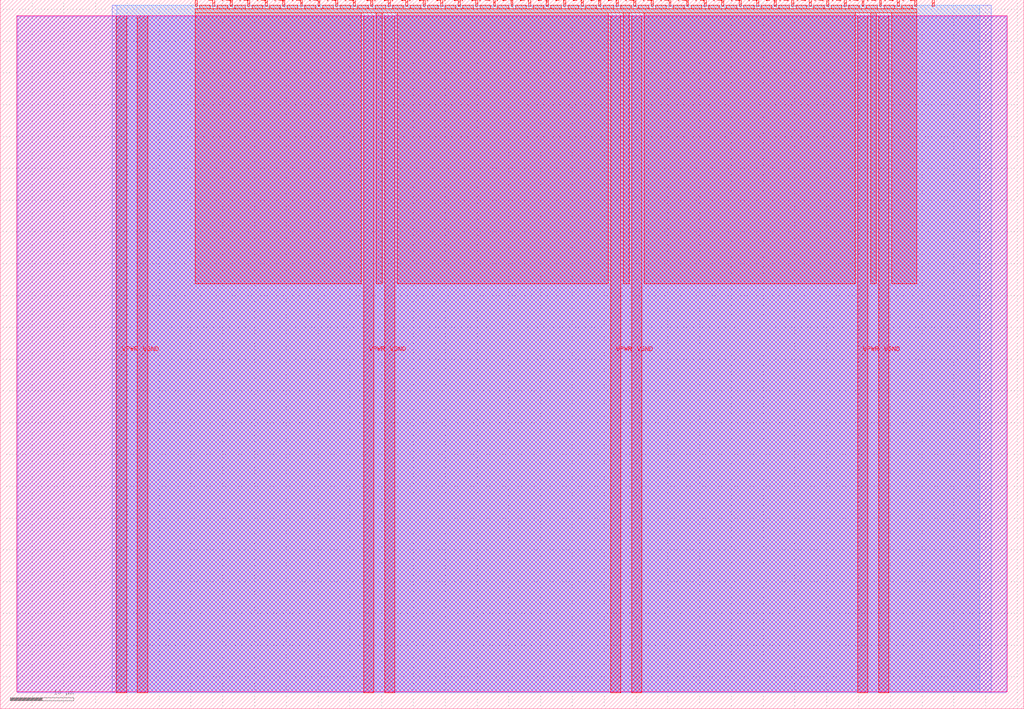
<source format=lef>
VERSION 5.7 ;
  NOWIREEXTENSIONATPIN ON ;
  DIVIDERCHAR "/" ;
  BUSBITCHARS "[]" ;
MACRO tt_um_proppy_bytebeat
  CLASS BLOCK ;
  FOREIGN tt_um_proppy_bytebeat ;
  ORIGIN 0.000 0.000 ;
  SIZE 161.000 BY 111.520 ;
  PIN VGND
    DIRECTION INOUT ;
    USE GROUND ;
    PORT
      LAYER met4 ;
        RECT 21.580 2.480 23.180 109.040 ;
    END
    PORT
      LAYER met4 ;
        RECT 60.450 2.480 62.050 109.040 ;
    END
    PORT
      LAYER met4 ;
        RECT 99.320 2.480 100.920 109.040 ;
    END
    PORT
      LAYER met4 ;
        RECT 138.190 2.480 139.790 109.040 ;
    END
  END VGND
  PIN VPWR
    DIRECTION INOUT ;
    USE POWER ;
    PORT
      LAYER met4 ;
        RECT 18.280 2.480 19.880 109.040 ;
    END
    PORT
      LAYER met4 ;
        RECT 57.150 2.480 58.750 109.040 ;
    END
    PORT
      LAYER met4 ;
        RECT 96.020 2.480 97.620 109.040 ;
    END
    PORT
      LAYER met4 ;
        RECT 134.890 2.480 136.490 109.040 ;
    END
  END VPWR
  PIN clk
    DIRECTION INPUT ;
    USE SIGNAL ;
    ANTENNAGATEAREA 0.852000 ;
    PORT
      LAYER met4 ;
        RECT 143.830 110.520 144.130 111.520 ;
    END
  END clk
  PIN ena
    DIRECTION INPUT ;
    USE SIGNAL ;
    PORT
      LAYER met4 ;
        RECT 146.590 110.520 146.890 111.520 ;
    END
  END ena
  PIN rst_n
    DIRECTION INPUT ;
    USE SIGNAL ;
    ANTENNAGATEAREA 0.196500 ;
    PORT
      LAYER met4 ;
        RECT 141.070 110.520 141.370 111.520 ;
    END
  END rst_n
  PIN ui_in[0]
    DIRECTION INPUT ;
    USE SIGNAL ;
    ANTENNAGATEAREA 0.196500 ;
    PORT
      LAYER met4 ;
        RECT 138.310 110.520 138.610 111.520 ;
    END
  END ui_in[0]
  PIN ui_in[1]
    DIRECTION INPUT ;
    USE SIGNAL ;
    ANTENNAGATEAREA 0.196500 ;
    PORT
      LAYER met4 ;
        RECT 135.550 110.520 135.850 111.520 ;
    END
  END ui_in[1]
  PIN ui_in[2]
    DIRECTION INPUT ;
    USE SIGNAL ;
    ANTENNAGATEAREA 0.196500 ;
    PORT
      LAYER met4 ;
        RECT 132.790 110.520 133.090 111.520 ;
    END
  END ui_in[2]
  PIN ui_in[3]
    DIRECTION INPUT ;
    USE SIGNAL ;
    ANTENNAGATEAREA 0.196500 ;
    PORT
      LAYER met4 ;
        RECT 130.030 110.520 130.330 111.520 ;
    END
  END ui_in[3]
  PIN ui_in[4]
    DIRECTION INPUT ;
    USE SIGNAL ;
    ANTENNAGATEAREA 0.196500 ;
    PORT
      LAYER met4 ;
        RECT 127.270 110.520 127.570 111.520 ;
    END
  END ui_in[4]
  PIN ui_in[5]
    DIRECTION INPUT ;
    USE SIGNAL ;
    ANTENNAGATEAREA 0.196500 ;
    PORT
      LAYER met4 ;
        RECT 124.510 110.520 124.810 111.520 ;
    END
  END ui_in[5]
  PIN ui_in[6]
    DIRECTION INPUT ;
    USE SIGNAL ;
    ANTENNAGATEAREA 0.196500 ;
    PORT
      LAYER met4 ;
        RECT 121.750 110.520 122.050 111.520 ;
    END
  END ui_in[6]
  PIN ui_in[7]
    DIRECTION INPUT ;
    USE SIGNAL ;
    ANTENNAGATEAREA 0.196500 ;
    PORT
      LAYER met4 ;
        RECT 118.990 110.520 119.290 111.520 ;
    END
  END ui_in[7]
  PIN uio_in[0]
    DIRECTION INPUT ;
    USE SIGNAL ;
    ANTENNAGATEAREA 0.196500 ;
    PORT
      LAYER met4 ;
        RECT 116.230 110.520 116.530 111.520 ;
    END
  END uio_in[0]
  PIN uio_in[1]
    DIRECTION INPUT ;
    USE SIGNAL ;
    ANTENNAGATEAREA 0.196500 ;
    PORT
      LAYER met4 ;
        RECT 113.470 110.520 113.770 111.520 ;
    END
  END uio_in[1]
  PIN uio_in[2]
    DIRECTION INPUT ;
    USE SIGNAL ;
    ANTENNAGATEAREA 0.196500 ;
    PORT
      LAYER met4 ;
        RECT 110.710 110.520 111.010 111.520 ;
    END
  END uio_in[2]
  PIN uio_in[3]
    DIRECTION INPUT ;
    USE SIGNAL ;
    ANTENNAGATEAREA 0.196500 ;
    PORT
      LAYER met4 ;
        RECT 107.950 110.520 108.250 111.520 ;
    END
  END uio_in[3]
  PIN uio_in[4]
    DIRECTION INPUT ;
    USE SIGNAL ;
    ANTENNAGATEAREA 0.196500 ;
    PORT
      LAYER met4 ;
        RECT 105.190 110.520 105.490 111.520 ;
    END
  END uio_in[4]
  PIN uio_in[5]
    DIRECTION INPUT ;
    USE SIGNAL ;
    ANTENNAGATEAREA 0.196500 ;
    PORT
      LAYER met4 ;
        RECT 102.430 110.520 102.730 111.520 ;
    END
  END uio_in[5]
  PIN uio_in[6]
    DIRECTION INPUT ;
    USE SIGNAL ;
    ANTENNAGATEAREA 0.196500 ;
    PORT
      LAYER met4 ;
        RECT 99.670 110.520 99.970 111.520 ;
    END
  END uio_in[6]
  PIN uio_in[7]
    DIRECTION INPUT ;
    USE SIGNAL ;
    ANTENNAGATEAREA 0.196500 ;
    PORT
      LAYER met4 ;
        RECT 96.910 110.520 97.210 111.520 ;
    END
  END uio_in[7]
  PIN uio_oe[0]
    DIRECTION OUTPUT ;
    USE SIGNAL ;
    PORT
      LAYER met4 ;
        RECT 49.990 110.520 50.290 111.520 ;
    END
  END uio_oe[0]
  PIN uio_oe[1]
    DIRECTION OUTPUT ;
    USE SIGNAL ;
    PORT
      LAYER met4 ;
        RECT 47.230 110.520 47.530 111.520 ;
    END
  END uio_oe[1]
  PIN uio_oe[2]
    DIRECTION OUTPUT ;
    USE SIGNAL ;
    PORT
      LAYER met4 ;
        RECT 44.470 110.520 44.770 111.520 ;
    END
  END uio_oe[2]
  PIN uio_oe[3]
    DIRECTION OUTPUT ;
    USE SIGNAL ;
    PORT
      LAYER met4 ;
        RECT 41.710 110.520 42.010 111.520 ;
    END
  END uio_oe[3]
  PIN uio_oe[4]
    DIRECTION OUTPUT ;
    USE SIGNAL ;
    PORT
      LAYER met4 ;
        RECT 38.950 110.520 39.250 111.520 ;
    END
  END uio_oe[4]
  PIN uio_oe[5]
    DIRECTION OUTPUT ;
    USE SIGNAL ;
    PORT
      LAYER met4 ;
        RECT 36.190 110.520 36.490 111.520 ;
    END
  END uio_oe[5]
  PIN uio_oe[6]
    DIRECTION OUTPUT ;
    USE SIGNAL ;
    PORT
      LAYER met4 ;
        RECT 33.430 110.520 33.730 111.520 ;
    END
  END uio_oe[6]
  PIN uio_oe[7]
    DIRECTION OUTPUT ;
    USE SIGNAL ;
    PORT
      LAYER met4 ;
        RECT 30.670 110.520 30.970 111.520 ;
    END
  END uio_oe[7]
  PIN uio_out[0]
    DIRECTION OUTPUT ;
    USE SIGNAL ;
    PORT
      LAYER met4 ;
        RECT 72.070 110.520 72.370 111.520 ;
    END
  END uio_out[0]
  PIN uio_out[1]
    DIRECTION OUTPUT ;
    USE SIGNAL ;
    PORT
      LAYER met4 ;
        RECT 69.310 110.520 69.610 111.520 ;
    END
  END uio_out[1]
  PIN uio_out[2]
    DIRECTION OUTPUT ;
    USE SIGNAL ;
    PORT
      LAYER met4 ;
        RECT 66.550 110.520 66.850 111.520 ;
    END
  END uio_out[2]
  PIN uio_out[3]
    DIRECTION OUTPUT ;
    USE SIGNAL ;
    PORT
      LAYER met4 ;
        RECT 63.790 110.520 64.090 111.520 ;
    END
  END uio_out[3]
  PIN uio_out[4]
    DIRECTION OUTPUT ;
    USE SIGNAL ;
    PORT
      LAYER met4 ;
        RECT 61.030 110.520 61.330 111.520 ;
    END
  END uio_out[4]
  PIN uio_out[5]
    DIRECTION OUTPUT ;
    USE SIGNAL ;
    PORT
      LAYER met4 ;
        RECT 58.270 110.520 58.570 111.520 ;
    END
  END uio_out[5]
  PIN uio_out[6]
    DIRECTION OUTPUT ;
    USE SIGNAL ;
    PORT
      LAYER met4 ;
        RECT 55.510 110.520 55.810 111.520 ;
    END
  END uio_out[6]
  PIN uio_out[7]
    DIRECTION OUTPUT ;
    USE SIGNAL ;
    PORT
      LAYER met4 ;
        RECT 52.750 110.520 53.050 111.520 ;
    END
  END uio_out[7]
  PIN uo_out[0]
    DIRECTION OUTPUT ;
    USE SIGNAL ;
    ANTENNADIFFAREA 0.445500 ;
    PORT
      LAYER met4 ;
        RECT 94.150 110.520 94.450 111.520 ;
    END
  END uo_out[0]
  PIN uo_out[1]
    DIRECTION OUTPUT ;
    USE SIGNAL ;
    ANTENNADIFFAREA 0.445500 ;
    PORT
      LAYER met4 ;
        RECT 91.390 110.520 91.690 111.520 ;
    END
  END uo_out[1]
  PIN uo_out[2]
    DIRECTION OUTPUT ;
    USE SIGNAL ;
    ANTENNADIFFAREA 0.445500 ;
    PORT
      LAYER met4 ;
        RECT 88.630 110.520 88.930 111.520 ;
    END
  END uo_out[2]
  PIN uo_out[3]
    DIRECTION OUTPUT ;
    USE SIGNAL ;
    ANTENNADIFFAREA 0.445500 ;
    PORT
      LAYER met4 ;
        RECT 85.870 110.520 86.170 111.520 ;
    END
  END uo_out[3]
  PIN uo_out[4]
    DIRECTION OUTPUT ;
    USE SIGNAL ;
    ANTENNADIFFAREA 0.445500 ;
    PORT
      LAYER met4 ;
        RECT 83.110 110.520 83.410 111.520 ;
    END
  END uo_out[4]
  PIN uo_out[5]
    DIRECTION OUTPUT ;
    USE SIGNAL ;
    ANTENNADIFFAREA 0.445500 ;
    PORT
      LAYER met4 ;
        RECT 80.350 110.520 80.650 111.520 ;
    END
  END uo_out[5]
  PIN uo_out[6]
    DIRECTION OUTPUT ;
    USE SIGNAL ;
    ANTENNADIFFAREA 0.445500 ;
    PORT
      LAYER met4 ;
        RECT 77.590 110.520 77.890 111.520 ;
    END
  END uo_out[6]
  PIN uo_out[7]
    DIRECTION OUTPUT ;
    USE SIGNAL ;
    ANTENNADIFFAREA 0.445500 ;
    PORT
      LAYER met4 ;
        RECT 74.830 110.520 75.130 111.520 ;
    END
  END uo_out[7]
  OBS
      LAYER nwell ;
        RECT 2.570 2.635 158.430 108.990 ;
      LAYER li1 ;
        RECT 2.760 2.635 158.240 108.885 ;
      LAYER met1 ;
        RECT 2.760 2.480 158.240 109.040 ;
      LAYER met2 ;
        RECT 17.580 2.535 155.840 110.685 ;
      LAYER met3 ;
        RECT 18.290 2.555 154.035 110.665 ;
      LAYER met4 ;
        RECT 31.370 110.120 33.030 110.665 ;
        RECT 34.130 110.120 35.790 110.665 ;
        RECT 36.890 110.120 38.550 110.665 ;
        RECT 39.650 110.120 41.310 110.665 ;
        RECT 42.410 110.120 44.070 110.665 ;
        RECT 45.170 110.120 46.830 110.665 ;
        RECT 47.930 110.120 49.590 110.665 ;
        RECT 50.690 110.120 52.350 110.665 ;
        RECT 53.450 110.120 55.110 110.665 ;
        RECT 56.210 110.120 57.870 110.665 ;
        RECT 58.970 110.120 60.630 110.665 ;
        RECT 61.730 110.120 63.390 110.665 ;
        RECT 64.490 110.120 66.150 110.665 ;
        RECT 67.250 110.120 68.910 110.665 ;
        RECT 70.010 110.120 71.670 110.665 ;
        RECT 72.770 110.120 74.430 110.665 ;
        RECT 75.530 110.120 77.190 110.665 ;
        RECT 78.290 110.120 79.950 110.665 ;
        RECT 81.050 110.120 82.710 110.665 ;
        RECT 83.810 110.120 85.470 110.665 ;
        RECT 86.570 110.120 88.230 110.665 ;
        RECT 89.330 110.120 90.990 110.665 ;
        RECT 92.090 110.120 93.750 110.665 ;
        RECT 94.850 110.120 96.510 110.665 ;
        RECT 97.610 110.120 99.270 110.665 ;
        RECT 100.370 110.120 102.030 110.665 ;
        RECT 103.130 110.120 104.790 110.665 ;
        RECT 105.890 110.120 107.550 110.665 ;
        RECT 108.650 110.120 110.310 110.665 ;
        RECT 111.410 110.120 113.070 110.665 ;
        RECT 114.170 110.120 115.830 110.665 ;
        RECT 116.930 110.120 118.590 110.665 ;
        RECT 119.690 110.120 121.350 110.665 ;
        RECT 122.450 110.120 124.110 110.665 ;
        RECT 125.210 110.120 126.870 110.665 ;
        RECT 127.970 110.120 129.630 110.665 ;
        RECT 130.730 110.120 132.390 110.665 ;
        RECT 133.490 110.120 135.150 110.665 ;
        RECT 136.250 110.120 137.910 110.665 ;
        RECT 139.010 110.120 140.670 110.665 ;
        RECT 141.770 110.120 143.430 110.665 ;
        RECT 30.655 109.440 144.145 110.120 ;
        RECT 30.655 66.815 56.750 109.440 ;
        RECT 59.150 66.815 60.050 109.440 ;
        RECT 62.450 66.815 95.620 109.440 ;
        RECT 98.020 66.815 98.920 109.440 ;
        RECT 101.320 66.815 134.490 109.440 ;
        RECT 136.890 66.815 137.790 109.440 ;
        RECT 140.190 66.815 144.145 109.440 ;
  END
END tt_um_proppy_bytebeat
END LIBRARY


</source>
